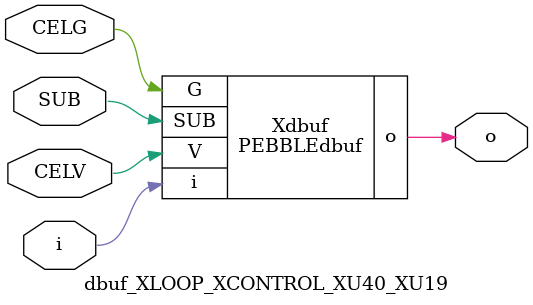
<source format=v>



module PEBBLEdbuf ( o, G, SUB, V, i );

  input V;
  input i;
  input G;
  output o;
  input SUB;
endmodule

//Celera Confidential Do Not Copy dbuf_XLOOP_XCONTROL_XU40_XU19
//Celera Confidential Symbol Generator
//Digital Buffer
module dbuf_XLOOP_XCONTROL_XU40_XU19 (CELV,CELG,i,o,SUB);
input CELV;
input CELG;
input i;
input SUB;
output o;

//Celera Confidential Do Not Copy dbuf
PEBBLEdbuf Xdbuf(
.V (CELV),
.i (i),
.o (o),
.SUB (SUB),
.G (CELG)
);
//,diesize,PEBBLEdbuf

//Celera Confidential Do Not Copy Module End
//Celera Schematic Generator
endmodule

</source>
